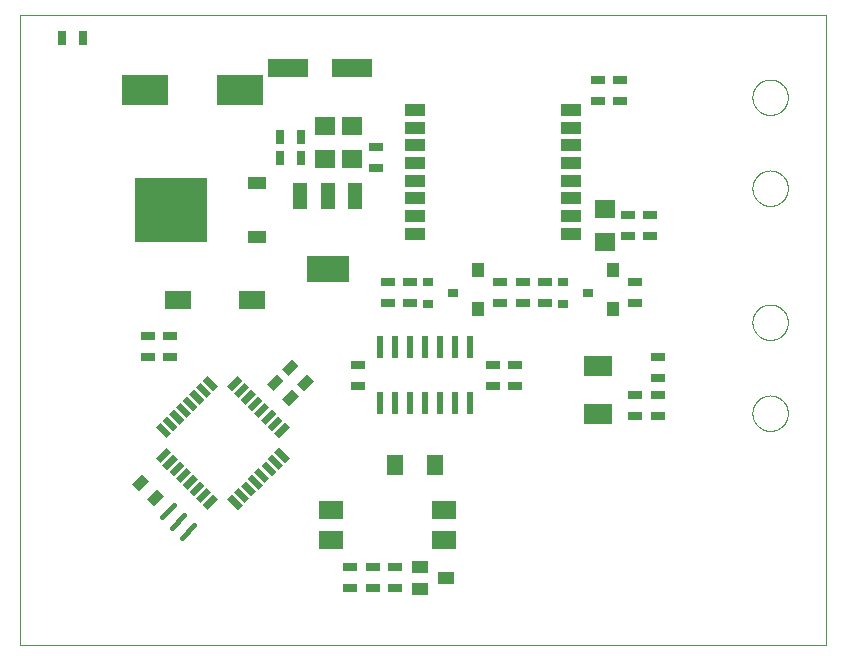
<source format=gtp>
G75*
%MOIN*%
%OFA0B0*%
%FSLAX25Y25*%
%IPPOS*%
%LPD*%
%AMOC8*
5,1,8,0,0,1.08239X$1,22.5*
%
%ADD10C,0.00000*%
%ADD11R,0.04016X0.04724*%
%ADD12R,0.06693X0.03937*%
%ADD13R,0.03543X0.03150*%
%ADD14R,0.04724X0.03150*%
%ADD15R,0.04800X0.08800*%
%ADD16R,0.14173X0.08661*%
%ADD17R,0.07087X0.06299*%
%ADD18R,0.05000X0.02200*%
%ADD19R,0.02200X0.05000*%
%ADD20C,0.01772*%
%ADD21R,0.03150X0.04724*%
%ADD22R,0.02200X0.07800*%
%ADD23R,0.05512X0.03937*%
%ADD24R,0.07874X0.06299*%
%ADD25R,0.05512X0.07087*%
%ADD26R,0.24409X0.21260*%
%ADD27R,0.06299X0.03937*%
%ADD28R,0.13780X0.06299*%
%ADD29R,0.15748X0.09843*%
%ADD30R,0.09449X0.07087*%
%ADD31R,0.09055X0.06299*%
D10*
X0001600Y0001600D02*
X0001600Y0211561D01*
X0270301Y0211561D01*
X0270301Y0001600D01*
X0001600Y0001600D01*
X0245694Y0078943D02*
X0245696Y0079096D01*
X0245702Y0079250D01*
X0245712Y0079403D01*
X0245726Y0079555D01*
X0245744Y0079708D01*
X0245766Y0079859D01*
X0245791Y0080010D01*
X0245821Y0080161D01*
X0245855Y0080311D01*
X0245892Y0080459D01*
X0245933Y0080607D01*
X0245978Y0080753D01*
X0246027Y0080899D01*
X0246080Y0081043D01*
X0246136Y0081185D01*
X0246196Y0081326D01*
X0246260Y0081466D01*
X0246327Y0081604D01*
X0246398Y0081740D01*
X0246473Y0081874D01*
X0246550Y0082006D01*
X0246632Y0082136D01*
X0246716Y0082264D01*
X0246804Y0082390D01*
X0246895Y0082513D01*
X0246989Y0082634D01*
X0247087Y0082752D01*
X0247187Y0082868D01*
X0247291Y0082981D01*
X0247397Y0083092D01*
X0247506Y0083200D01*
X0247618Y0083305D01*
X0247732Y0083406D01*
X0247850Y0083505D01*
X0247969Y0083601D01*
X0248091Y0083694D01*
X0248216Y0083783D01*
X0248343Y0083870D01*
X0248472Y0083952D01*
X0248603Y0084032D01*
X0248736Y0084108D01*
X0248871Y0084181D01*
X0249008Y0084250D01*
X0249147Y0084315D01*
X0249287Y0084377D01*
X0249429Y0084435D01*
X0249572Y0084490D01*
X0249717Y0084541D01*
X0249863Y0084588D01*
X0250010Y0084631D01*
X0250158Y0084670D01*
X0250307Y0084706D01*
X0250457Y0084737D01*
X0250608Y0084765D01*
X0250759Y0084789D01*
X0250912Y0084809D01*
X0251064Y0084825D01*
X0251217Y0084837D01*
X0251370Y0084845D01*
X0251523Y0084849D01*
X0251677Y0084849D01*
X0251830Y0084845D01*
X0251983Y0084837D01*
X0252136Y0084825D01*
X0252288Y0084809D01*
X0252441Y0084789D01*
X0252592Y0084765D01*
X0252743Y0084737D01*
X0252893Y0084706D01*
X0253042Y0084670D01*
X0253190Y0084631D01*
X0253337Y0084588D01*
X0253483Y0084541D01*
X0253628Y0084490D01*
X0253771Y0084435D01*
X0253913Y0084377D01*
X0254053Y0084315D01*
X0254192Y0084250D01*
X0254329Y0084181D01*
X0254464Y0084108D01*
X0254597Y0084032D01*
X0254728Y0083952D01*
X0254857Y0083870D01*
X0254984Y0083783D01*
X0255109Y0083694D01*
X0255231Y0083601D01*
X0255350Y0083505D01*
X0255468Y0083406D01*
X0255582Y0083305D01*
X0255694Y0083200D01*
X0255803Y0083092D01*
X0255909Y0082981D01*
X0256013Y0082868D01*
X0256113Y0082752D01*
X0256211Y0082634D01*
X0256305Y0082513D01*
X0256396Y0082390D01*
X0256484Y0082264D01*
X0256568Y0082136D01*
X0256650Y0082006D01*
X0256727Y0081874D01*
X0256802Y0081740D01*
X0256873Y0081604D01*
X0256940Y0081466D01*
X0257004Y0081326D01*
X0257064Y0081185D01*
X0257120Y0081043D01*
X0257173Y0080899D01*
X0257222Y0080753D01*
X0257267Y0080607D01*
X0257308Y0080459D01*
X0257345Y0080311D01*
X0257379Y0080161D01*
X0257409Y0080010D01*
X0257434Y0079859D01*
X0257456Y0079708D01*
X0257474Y0079555D01*
X0257488Y0079403D01*
X0257498Y0079250D01*
X0257504Y0079096D01*
X0257506Y0078943D01*
X0257504Y0078790D01*
X0257498Y0078636D01*
X0257488Y0078483D01*
X0257474Y0078331D01*
X0257456Y0078178D01*
X0257434Y0078027D01*
X0257409Y0077876D01*
X0257379Y0077725D01*
X0257345Y0077575D01*
X0257308Y0077427D01*
X0257267Y0077279D01*
X0257222Y0077133D01*
X0257173Y0076987D01*
X0257120Y0076843D01*
X0257064Y0076701D01*
X0257004Y0076560D01*
X0256940Y0076420D01*
X0256873Y0076282D01*
X0256802Y0076146D01*
X0256727Y0076012D01*
X0256650Y0075880D01*
X0256568Y0075750D01*
X0256484Y0075622D01*
X0256396Y0075496D01*
X0256305Y0075373D01*
X0256211Y0075252D01*
X0256113Y0075134D01*
X0256013Y0075018D01*
X0255909Y0074905D01*
X0255803Y0074794D01*
X0255694Y0074686D01*
X0255582Y0074581D01*
X0255468Y0074480D01*
X0255350Y0074381D01*
X0255231Y0074285D01*
X0255109Y0074192D01*
X0254984Y0074103D01*
X0254857Y0074016D01*
X0254728Y0073934D01*
X0254597Y0073854D01*
X0254464Y0073778D01*
X0254329Y0073705D01*
X0254192Y0073636D01*
X0254053Y0073571D01*
X0253913Y0073509D01*
X0253771Y0073451D01*
X0253628Y0073396D01*
X0253483Y0073345D01*
X0253337Y0073298D01*
X0253190Y0073255D01*
X0253042Y0073216D01*
X0252893Y0073180D01*
X0252743Y0073149D01*
X0252592Y0073121D01*
X0252441Y0073097D01*
X0252288Y0073077D01*
X0252136Y0073061D01*
X0251983Y0073049D01*
X0251830Y0073041D01*
X0251677Y0073037D01*
X0251523Y0073037D01*
X0251370Y0073041D01*
X0251217Y0073049D01*
X0251064Y0073061D01*
X0250912Y0073077D01*
X0250759Y0073097D01*
X0250608Y0073121D01*
X0250457Y0073149D01*
X0250307Y0073180D01*
X0250158Y0073216D01*
X0250010Y0073255D01*
X0249863Y0073298D01*
X0249717Y0073345D01*
X0249572Y0073396D01*
X0249429Y0073451D01*
X0249287Y0073509D01*
X0249147Y0073571D01*
X0249008Y0073636D01*
X0248871Y0073705D01*
X0248736Y0073778D01*
X0248603Y0073854D01*
X0248472Y0073934D01*
X0248343Y0074016D01*
X0248216Y0074103D01*
X0248091Y0074192D01*
X0247969Y0074285D01*
X0247850Y0074381D01*
X0247732Y0074480D01*
X0247618Y0074581D01*
X0247506Y0074686D01*
X0247397Y0074794D01*
X0247291Y0074905D01*
X0247187Y0075018D01*
X0247087Y0075134D01*
X0246989Y0075252D01*
X0246895Y0075373D01*
X0246804Y0075496D01*
X0246716Y0075622D01*
X0246632Y0075750D01*
X0246550Y0075880D01*
X0246473Y0076012D01*
X0246398Y0076146D01*
X0246327Y0076282D01*
X0246260Y0076420D01*
X0246196Y0076560D01*
X0246136Y0076701D01*
X0246080Y0076843D01*
X0246027Y0076987D01*
X0245978Y0077133D01*
X0245933Y0077279D01*
X0245892Y0077427D01*
X0245855Y0077575D01*
X0245821Y0077725D01*
X0245791Y0077876D01*
X0245766Y0078027D01*
X0245744Y0078178D01*
X0245726Y0078331D01*
X0245712Y0078483D01*
X0245702Y0078636D01*
X0245696Y0078790D01*
X0245694Y0078943D01*
X0245694Y0109257D02*
X0245696Y0109410D01*
X0245702Y0109564D01*
X0245712Y0109717D01*
X0245726Y0109869D01*
X0245744Y0110022D01*
X0245766Y0110173D01*
X0245791Y0110324D01*
X0245821Y0110475D01*
X0245855Y0110625D01*
X0245892Y0110773D01*
X0245933Y0110921D01*
X0245978Y0111067D01*
X0246027Y0111213D01*
X0246080Y0111357D01*
X0246136Y0111499D01*
X0246196Y0111640D01*
X0246260Y0111780D01*
X0246327Y0111918D01*
X0246398Y0112054D01*
X0246473Y0112188D01*
X0246550Y0112320D01*
X0246632Y0112450D01*
X0246716Y0112578D01*
X0246804Y0112704D01*
X0246895Y0112827D01*
X0246989Y0112948D01*
X0247087Y0113066D01*
X0247187Y0113182D01*
X0247291Y0113295D01*
X0247397Y0113406D01*
X0247506Y0113514D01*
X0247618Y0113619D01*
X0247732Y0113720D01*
X0247850Y0113819D01*
X0247969Y0113915D01*
X0248091Y0114008D01*
X0248216Y0114097D01*
X0248343Y0114184D01*
X0248472Y0114266D01*
X0248603Y0114346D01*
X0248736Y0114422D01*
X0248871Y0114495D01*
X0249008Y0114564D01*
X0249147Y0114629D01*
X0249287Y0114691D01*
X0249429Y0114749D01*
X0249572Y0114804D01*
X0249717Y0114855D01*
X0249863Y0114902D01*
X0250010Y0114945D01*
X0250158Y0114984D01*
X0250307Y0115020D01*
X0250457Y0115051D01*
X0250608Y0115079D01*
X0250759Y0115103D01*
X0250912Y0115123D01*
X0251064Y0115139D01*
X0251217Y0115151D01*
X0251370Y0115159D01*
X0251523Y0115163D01*
X0251677Y0115163D01*
X0251830Y0115159D01*
X0251983Y0115151D01*
X0252136Y0115139D01*
X0252288Y0115123D01*
X0252441Y0115103D01*
X0252592Y0115079D01*
X0252743Y0115051D01*
X0252893Y0115020D01*
X0253042Y0114984D01*
X0253190Y0114945D01*
X0253337Y0114902D01*
X0253483Y0114855D01*
X0253628Y0114804D01*
X0253771Y0114749D01*
X0253913Y0114691D01*
X0254053Y0114629D01*
X0254192Y0114564D01*
X0254329Y0114495D01*
X0254464Y0114422D01*
X0254597Y0114346D01*
X0254728Y0114266D01*
X0254857Y0114184D01*
X0254984Y0114097D01*
X0255109Y0114008D01*
X0255231Y0113915D01*
X0255350Y0113819D01*
X0255468Y0113720D01*
X0255582Y0113619D01*
X0255694Y0113514D01*
X0255803Y0113406D01*
X0255909Y0113295D01*
X0256013Y0113182D01*
X0256113Y0113066D01*
X0256211Y0112948D01*
X0256305Y0112827D01*
X0256396Y0112704D01*
X0256484Y0112578D01*
X0256568Y0112450D01*
X0256650Y0112320D01*
X0256727Y0112188D01*
X0256802Y0112054D01*
X0256873Y0111918D01*
X0256940Y0111780D01*
X0257004Y0111640D01*
X0257064Y0111499D01*
X0257120Y0111357D01*
X0257173Y0111213D01*
X0257222Y0111067D01*
X0257267Y0110921D01*
X0257308Y0110773D01*
X0257345Y0110625D01*
X0257379Y0110475D01*
X0257409Y0110324D01*
X0257434Y0110173D01*
X0257456Y0110022D01*
X0257474Y0109869D01*
X0257488Y0109717D01*
X0257498Y0109564D01*
X0257504Y0109410D01*
X0257506Y0109257D01*
X0257504Y0109104D01*
X0257498Y0108950D01*
X0257488Y0108797D01*
X0257474Y0108645D01*
X0257456Y0108492D01*
X0257434Y0108341D01*
X0257409Y0108190D01*
X0257379Y0108039D01*
X0257345Y0107889D01*
X0257308Y0107741D01*
X0257267Y0107593D01*
X0257222Y0107447D01*
X0257173Y0107301D01*
X0257120Y0107157D01*
X0257064Y0107015D01*
X0257004Y0106874D01*
X0256940Y0106734D01*
X0256873Y0106596D01*
X0256802Y0106460D01*
X0256727Y0106326D01*
X0256650Y0106194D01*
X0256568Y0106064D01*
X0256484Y0105936D01*
X0256396Y0105810D01*
X0256305Y0105687D01*
X0256211Y0105566D01*
X0256113Y0105448D01*
X0256013Y0105332D01*
X0255909Y0105219D01*
X0255803Y0105108D01*
X0255694Y0105000D01*
X0255582Y0104895D01*
X0255468Y0104794D01*
X0255350Y0104695D01*
X0255231Y0104599D01*
X0255109Y0104506D01*
X0254984Y0104417D01*
X0254857Y0104330D01*
X0254728Y0104248D01*
X0254597Y0104168D01*
X0254464Y0104092D01*
X0254329Y0104019D01*
X0254192Y0103950D01*
X0254053Y0103885D01*
X0253913Y0103823D01*
X0253771Y0103765D01*
X0253628Y0103710D01*
X0253483Y0103659D01*
X0253337Y0103612D01*
X0253190Y0103569D01*
X0253042Y0103530D01*
X0252893Y0103494D01*
X0252743Y0103463D01*
X0252592Y0103435D01*
X0252441Y0103411D01*
X0252288Y0103391D01*
X0252136Y0103375D01*
X0251983Y0103363D01*
X0251830Y0103355D01*
X0251677Y0103351D01*
X0251523Y0103351D01*
X0251370Y0103355D01*
X0251217Y0103363D01*
X0251064Y0103375D01*
X0250912Y0103391D01*
X0250759Y0103411D01*
X0250608Y0103435D01*
X0250457Y0103463D01*
X0250307Y0103494D01*
X0250158Y0103530D01*
X0250010Y0103569D01*
X0249863Y0103612D01*
X0249717Y0103659D01*
X0249572Y0103710D01*
X0249429Y0103765D01*
X0249287Y0103823D01*
X0249147Y0103885D01*
X0249008Y0103950D01*
X0248871Y0104019D01*
X0248736Y0104092D01*
X0248603Y0104168D01*
X0248472Y0104248D01*
X0248343Y0104330D01*
X0248216Y0104417D01*
X0248091Y0104506D01*
X0247969Y0104599D01*
X0247850Y0104695D01*
X0247732Y0104794D01*
X0247618Y0104895D01*
X0247506Y0105000D01*
X0247397Y0105108D01*
X0247291Y0105219D01*
X0247187Y0105332D01*
X0247087Y0105448D01*
X0246989Y0105566D01*
X0246895Y0105687D01*
X0246804Y0105810D01*
X0246716Y0105936D01*
X0246632Y0106064D01*
X0246550Y0106194D01*
X0246473Y0106326D01*
X0246398Y0106460D01*
X0246327Y0106596D01*
X0246260Y0106734D01*
X0246196Y0106874D01*
X0246136Y0107015D01*
X0246080Y0107157D01*
X0246027Y0107301D01*
X0245978Y0107447D01*
X0245933Y0107593D01*
X0245892Y0107741D01*
X0245855Y0107889D01*
X0245821Y0108039D01*
X0245791Y0108190D01*
X0245766Y0108341D01*
X0245744Y0108492D01*
X0245726Y0108645D01*
X0245712Y0108797D01*
X0245702Y0108950D01*
X0245696Y0109104D01*
X0245694Y0109257D01*
X0245694Y0153943D02*
X0245696Y0154096D01*
X0245702Y0154250D01*
X0245712Y0154403D01*
X0245726Y0154555D01*
X0245744Y0154708D01*
X0245766Y0154859D01*
X0245791Y0155010D01*
X0245821Y0155161D01*
X0245855Y0155311D01*
X0245892Y0155459D01*
X0245933Y0155607D01*
X0245978Y0155753D01*
X0246027Y0155899D01*
X0246080Y0156043D01*
X0246136Y0156185D01*
X0246196Y0156326D01*
X0246260Y0156466D01*
X0246327Y0156604D01*
X0246398Y0156740D01*
X0246473Y0156874D01*
X0246550Y0157006D01*
X0246632Y0157136D01*
X0246716Y0157264D01*
X0246804Y0157390D01*
X0246895Y0157513D01*
X0246989Y0157634D01*
X0247087Y0157752D01*
X0247187Y0157868D01*
X0247291Y0157981D01*
X0247397Y0158092D01*
X0247506Y0158200D01*
X0247618Y0158305D01*
X0247732Y0158406D01*
X0247850Y0158505D01*
X0247969Y0158601D01*
X0248091Y0158694D01*
X0248216Y0158783D01*
X0248343Y0158870D01*
X0248472Y0158952D01*
X0248603Y0159032D01*
X0248736Y0159108D01*
X0248871Y0159181D01*
X0249008Y0159250D01*
X0249147Y0159315D01*
X0249287Y0159377D01*
X0249429Y0159435D01*
X0249572Y0159490D01*
X0249717Y0159541D01*
X0249863Y0159588D01*
X0250010Y0159631D01*
X0250158Y0159670D01*
X0250307Y0159706D01*
X0250457Y0159737D01*
X0250608Y0159765D01*
X0250759Y0159789D01*
X0250912Y0159809D01*
X0251064Y0159825D01*
X0251217Y0159837D01*
X0251370Y0159845D01*
X0251523Y0159849D01*
X0251677Y0159849D01*
X0251830Y0159845D01*
X0251983Y0159837D01*
X0252136Y0159825D01*
X0252288Y0159809D01*
X0252441Y0159789D01*
X0252592Y0159765D01*
X0252743Y0159737D01*
X0252893Y0159706D01*
X0253042Y0159670D01*
X0253190Y0159631D01*
X0253337Y0159588D01*
X0253483Y0159541D01*
X0253628Y0159490D01*
X0253771Y0159435D01*
X0253913Y0159377D01*
X0254053Y0159315D01*
X0254192Y0159250D01*
X0254329Y0159181D01*
X0254464Y0159108D01*
X0254597Y0159032D01*
X0254728Y0158952D01*
X0254857Y0158870D01*
X0254984Y0158783D01*
X0255109Y0158694D01*
X0255231Y0158601D01*
X0255350Y0158505D01*
X0255468Y0158406D01*
X0255582Y0158305D01*
X0255694Y0158200D01*
X0255803Y0158092D01*
X0255909Y0157981D01*
X0256013Y0157868D01*
X0256113Y0157752D01*
X0256211Y0157634D01*
X0256305Y0157513D01*
X0256396Y0157390D01*
X0256484Y0157264D01*
X0256568Y0157136D01*
X0256650Y0157006D01*
X0256727Y0156874D01*
X0256802Y0156740D01*
X0256873Y0156604D01*
X0256940Y0156466D01*
X0257004Y0156326D01*
X0257064Y0156185D01*
X0257120Y0156043D01*
X0257173Y0155899D01*
X0257222Y0155753D01*
X0257267Y0155607D01*
X0257308Y0155459D01*
X0257345Y0155311D01*
X0257379Y0155161D01*
X0257409Y0155010D01*
X0257434Y0154859D01*
X0257456Y0154708D01*
X0257474Y0154555D01*
X0257488Y0154403D01*
X0257498Y0154250D01*
X0257504Y0154096D01*
X0257506Y0153943D01*
X0257504Y0153790D01*
X0257498Y0153636D01*
X0257488Y0153483D01*
X0257474Y0153331D01*
X0257456Y0153178D01*
X0257434Y0153027D01*
X0257409Y0152876D01*
X0257379Y0152725D01*
X0257345Y0152575D01*
X0257308Y0152427D01*
X0257267Y0152279D01*
X0257222Y0152133D01*
X0257173Y0151987D01*
X0257120Y0151843D01*
X0257064Y0151701D01*
X0257004Y0151560D01*
X0256940Y0151420D01*
X0256873Y0151282D01*
X0256802Y0151146D01*
X0256727Y0151012D01*
X0256650Y0150880D01*
X0256568Y0150750D01*
X0256484Y0150622D01*
X0256396Y0150496D01*
X0256305Y0150373D01*
X0256211Y0150252D01*
X0256113Y0150134D01*
X0256013Y0150018D01*
X0255909Y0149905D01*
X0255803Y0149794D01*
X0255694Y0149686D01*
X0255582Y0149581D01*
X0255468Y0149480D01*
X0255350Y0149381D01*
X0255231Y0149285D01*
X0255109Y0149192D01*
X0254984Y0149103D01*
X0254857Y0149016D01*
X0254728Y0148934D01*
X0254597Y0148854D01*
X0254464Y0148778D01*
X0254329Y0148705D01*
X0254192Y0148636D01*
X0254053Y0148571D01*
X0253913Y0148509D01*
X0253771Y0148451D01*
X0253628Y0148396D01*
X0253483Y0148345D01*
X0253337Y0148298D01*
X0253190Y0148255D01*
X0253042Y0148216D01*
X0252893Y0148180D01*
X0252743Y0148149D01*
X0252592Y0148121D01*
X0252441Y0148097D01*
X0252288Y0148077D01*
X0252136Y0148061D01*
X0251983Y0148049D01*
X0251830Y0148041D01*
X0251677Y0148037D01*
X0251523Y0148037D01*
X0251370Y0148041D01*
X0251217Y0148049D01*
X0251064Y0148061D01*
X0250912Y0148077D01*
X0250759Y0148097D01*
X0250608Y0148121D01*
X0250457Y0148149D01*
X0250307Y0148180D01*
X0250158Y0148216D01*
X0250010Y0148255D01*
X0249863Y0148298D01*
X0249717Y0148345D01*
X0249572Y0148396D01*
X0249429Y0148451D01*
X0249287Y0148509D01*
X0249147Y0148571D01*
X0249008Y0148636D01*
X0248871Y0148705D01*
X0248736Y0148778D01*
X0248603Y0148854D01*
X0248472Y0148934D01*
X0248343Y0149016D01*
X0248216Y0149103D01*
X0248091Y0149192D01*
X0247969Y0149285D01*
X0247850Y0149381D01*
X0247732Y0149480D01*
X0247618Y0149581D01*
X0247506Y0149686D01*
X0247397Y0149794D01*
X0247291Y0149905D01*
X0247187Y0150018D01*
X0247087Y0150134D01*
X0246989Y0150252D01*
X0246895Y0150373D01*
X0246804Y0150496D01*
X0246716Y0150622D01*
X0246632Y0150750D01*
X0246550Y0150880D01*
X0246473Y0151012D01*
X0246398Y0151146D01*
X0246327Y0151282D01*
X0246260Y0151420D01*
X0246196Y0151560D01*
X0246136Y0151701D01*
X0246080Y0151843D01*
X0246027Y0151987D01*
X0245978Y0152133D01*
X0245933Y0152279D01*
X0245892Y0152427D01*
X0245855Y0152575D01*
X0245821Y0152725D01*
X0245791Y0152876D01*
X0245766Y0153027D01*
X0245744Y0153178D01*
X0245726Y0153331D01*
X0245712Y0153483D01*
X0245702Y0153636D01*
X0245696Y0153790D01*
X0245694Y0153943D01*
X0245694Y0184257D02*
X0245696Y0184410D01*
X0245702Y0184564D01*
X0245712Y0184717D01*
X0245726Y0184869D01*
X0245744Y0185022D01*
X0245766Y0185173D01*
X0245791Y0185324D01*
X0245821Y0185475D01*
X0245855Y0185625D01*
X0245892Y0185773D01*
X0245933Y0185921D01*
X0245978Y0186067D01*
X0246027Y0186213D01*
X0246080Y0186357D01*
X0246136Y0186499D01*
X0246196Y0186640D01*
X0246260Y0186780D01*
X0246327Y0186918D01*
X0246398Y0187054D01*
X0246473Y0187188D01*
X0246550Y0187320D01*
X0246632Y0187450D01*
X0246716Y0187578D01*
X0246804Y0187704D01*
X0246895Y0187827D01*
X0246989Y0187948D01*
X0247087Y0188066D01*
X0247187Y0188182D01*
X0247291Y0188295D01*
X0247397Y0188406D01*
X0247506Y0188514D01*
X0247618Y0188619D01*
X0247732Y0188720D01*
X0247850Y0188819D01*
X0247969Y0188915D01*
X0248091Y0189008D01*
X0248216Y0189097D01*
X0248343Y0189184D01*
X0248472Y0189266D01*
X0248603Y0189346D01*
X0248736Y0189422D01*
X0248871Y0189495D01*
X0249008Y0189564D01*
X0249147Y0189629D01*
X0249287Y0189691D01*
X0249429Y0189749D01*
X0249572Y0189804D01*
X0249717Y0189855D01*
X0249863Y0189902D01*
X0250010Y0189945D01*
X0250158Y0189984D01*
X0250307Y0190020D01*
X0250457Y0190051D01*
X0250608Y0190079D01*
X0250759Y0190103D01*
X0250912Y0190123D01*
X0251064Y0190139D01*
X0251217Y0190151D01*
X0251370Y0190159D01*
X0251523Y0190163D01*
X0251677Y0190163D01*
X0251830Y0190159D01*
X0251983Y0190151D01*
X0252136Y0190139D01*
X0252288Y0190123D01*
X0252441Y0190103D01*
X0252592Y0190079D01*
X0252743Y0190051D01*
X0252893Y0190020D01*
X0253042Y0189984D01*
X0253190Y0189945D01*
X0253337Y0189902D01*
X0253483Y0189855D01*
X0253628Y0189804D01*
X0253771Y0189749D01*
X0253913Y0189691D01*
X0254053Y0189629D01*
X0254192Y0189564D01*
X0254329Y0189495D01*
X0254464Y0189422D01*
X0254597Y0189346D01*
X0254728Y0189266D01*
X0254857Y0189184D01*
X0254984Y0189097D01*
X0255109Y0189008D01*
X0255231Y0188915D01*
X0255350Y0188819D01*
X0255468Y0188720D01*
X0255582Y0188619D01*
X0255694Y0188514D01*
X0255803Y0188406D01*
X0255909Y0188295D01*
X0256013Y0188182D01*
X0256113Y0188066D01*
X0256211Y0187948D01*
X0256305Y0187827D01*
X0256396Y0187704D01*
X0256484Y0187578D01*
X0256568Y0187450D01*
X0256650Y0187320D01*
X0256727Y0187188D01*
X0256802Y0187054D01*
X0256873Y0186918D01*
X0256940Y0186780D01*
X0257004Y0186640D01*
X0257064Y0186499D01*
X0257120Y0186357D01*
X0257173Y0186213D01*
X0257222Y0186067D01*
X0257267Y0185921D01*
X0257308Y0185773D01*
X0257345Y0185625D01*
X0257379Y0185475D01*
X0257409Y0185324D01*
X0257434Y0185173D01*
X0257456Y0185022D01*
X0257474Y0184869D01*
X0257488Y0184717D01*
X0257498Y0184564D01*
X0257504Y0184410D01*
X0257506Y0184257D01*
X0257504Y0184104D01*
X0257498Y0183950D01*
X0257488Y0183797D01*
X0257474Y0183645D01*
X0257456Y0183492D01*
X0257434Y0183341D01*
X0257409Y0183190D01*
X0257379Y0183039D01*
X0257345Y0182889D01*
X0257308Y0182741D01*
X0257267Y0182593D01*
X0257222Y0182447D01*
X0257173Y0182301D01*
X0257120Y0182157D01*
X0257064Y0182015D01*
X0257004Y0181874D01*
X0256940Y0181734D01*
X0256873Y0181596D01*
X0256802Y0181460D01*
X0256727Y0181326D01*
X0256650Y0181194D01*
X0256568Y0181064D01*
X0256484Y0180936D01*
X0256396Y0180810D01*
X0256305Y0180687D01*
X0256211Y0180566D01*
X0256113Y0180448D01*
X0256013Y0180332D01*
X0255909Y0180219D01*
X0255803Y0180108D01*
X0255694Y0180000D01*
X0255582Y0179895D01*
X0255468Y0179794D01*
X0255350Y0179695D01*
X0255231Y0179599D01*
X0255109Y0179506D01*
X0254984Y0179417D01*
X0254857Y0179330D01*
X0254728Y0179248D01*
X0254597Y0179168D01*
X0254464Y0179092D01*
X0254329Y0179019D01*
X0254192Y0178950D01*
X0254053Y0178885D01*
X0253913Y0178823D01*
X0253771Y0178765D01*
X0253628Y0178710D01*
X0253483Y0178659D01*
X0253337Y0178612D01*
X0253190Y0178569D01*
X0253042Y0178530D01*
X0252893Y0178494D01*
X0252743Y0178463D01*
X0252592Y0178435D01*
X0252441Y0178411D01*
X0252288Y0178391D01*
X0252136Y0178375D01*
X0251983Y0178363D01*
X0251830Y0178355D01*
X0251677Y0178351D01*
X0251523Y0178351D01*
X0251370Y0178355D01*
X0251217Y0178363D01*
X0251064Y0178375D01*
X0250912Y0178391D01*
X0250759Y0178411D01*
X0250608Y0178435D01*
X0250457Y0178463D01*
X0250307Y0178494D01*
X0250158Y0178530D01*
X0250010Y0178569D01*
X0249863Y0178612D01*
X0249717Y0178659D01*
X0249572Y0178710D01*
X0249429Y0178765D01*
X0249287Y0178823D01*
X0249147Y0178885D01*
X0249008Y0178950D01*
X0248871Y0179019D01*
X0248736Y0179092D01*
X0248603Y0179168D01*
X0248472Y0179248D01*
X0248343Y0179330D01*
X0248216Y0179417D01*
X0248091Y0179506D01*
X0247969Y0179599D01*
X0247850Y0179695D01*
X0247732Y0179794D01*
X0247618Y0179895D01*
X0247506Y0180000D01*
X0247397Y0180108D01*
X0247291Y0180219D01*
X0247187Y0180332D01*
X0247087Y0180448D01*
X0246989Y0180566D01*
X0246895Y0180687D01*
X0246804Y0180810D01*
X0246716Y0180936D01*
X0246632Y0181064D01*
X0246550Y0181194D01*
X0246473Y0181326D01*
X0246398Y0181460D01*
X0246327Y0181596D01*
X0246260Y0181734D01*
X0246196Y0181874D01*
X0246136Y0182015D01*
X0246080Y0182157D01*
X0246027Y0182301D01*
X0245978Y0182447D01*
X0245933Y0182593D01*
X0245892Y0182741D01*
X0245855Y0182889D01*
X0245821Y0183039D01*
X0245791Y0183190D01*
X0245766Y0183341D01*
X0245744Y0183492D01*
X0245726Y0183645D01*
X0245712Y0183797D01*
X0245702Y0183950D01*
X0245696Y0184104D01*
X0245694Y0184257D01*
D11*
X0199100Y0126537D03*
X0199100Y0113663D03*
X0154100Y0113663D03*
X0154100Y0126537D03*
D12*
X0133116Y0138726D03*
X0133116Y0144631D03*
X0133116Y0150537D03*
X0133116Y0156443D03*
X0133116Y0162348D03*
X0133116Y0168254D03*
X0133116Y0174159D03*
X0133116Y0180065D03*
X0185084Y0180065D03*
X0185084Y0174159D03*
X0185084Y0168254D03*
X0185084Y0162348D03*
X0185084Y0156443D03*
X0185084Y0150537D03*
X0185084Y0144631D03*
X0185084Y0138726D03*
D13*
X0182663Y0122840D03*
X0182663Y0115360D03*
X0190931Y0119100D03*
X0145931Y0119100D03*
X0137663Y0115360D03*
X0137663Y0122840D03*
D14*
X0131600Y0122643D03*
X0131600Y0115557D03*
X0124100Y0115557D03*
X0124100Y0122643D03*
X0114100Y0095143D03*
X0114100Y0088057D03*
X0159100Y0088057D03*
X0159100Y0095143D03*
X0166600Y0095143D03*
X0166600Y0088057D03*
X0169100Y0115557D03*
X0176600Y0115557D03*
X0176600Y0122643D03*
X0169100Y0122643D03*
X0161600Y0122643D03*
X0161600Y0115557D03*
X0204100Y0138057D03*
X0211600Y0138057D03*
X0211600Y0145143D03*
X0204100Y0145143D03*
X0206600Y0122643D03*
X0206600Y0115557D03*
X0214100Y0097643D03*
X0214100Y0090557D03*
X0214100Y0085143D03*
X0214100Y0078057D03*
X0206600Y0078057D03*
X0206600Y0085143D03*
X0126600Y0027643D03*
X0126600Y0020557D03*
X0119100Y0020557D03*
X0119100Y0027643D03*
X0111600Y0027643D03*
X0111600Y0020557D03*
X0051600Y0097557D03*
X0044100Y0097557D03*
X0044100Y0104643D03*
X0051600Y0104643D03*
X0120100Y0160557D03*
X0120100Y0167643D03*
X0194100Y0183057D03*
X0201600Y0183057D03*
X0201600Y0190143D03*
X0194100Y0190143D03*
D15*
X0113200Y0151300D03*
X0104100Y0151300D03*
X0095000Y0151300D03*
D16*
X0104100Y0126899D03*
D17*
X0103100Y0163588D03*
X0112100Y0163588D03*
X0112100Y0174612D03*
X0103100Y0174612D03*
X0196600Y0147112D03*
X0196600Y0136088D03*
D18*
G36*
X0091390Y0074244D02*
X0087856Y0070710D01*
X0086300Y0072266D01*
X0089834Y0075800D01*
X0091390Y0074244D01*
G37*
G36*
X0089163Y0076471D02*
X0085629Y0072937D01*
X0084073Y0074493D01*
X0087607Y0078027D01*
X0089163Y0076471D01*
G37*
G36*
X0086936Y0078698D02*
X0083402Y0075164D01*
X0081846Y0076720D01*
X0085380Y0080254D01*
X0086936Y0078698D01*
G37*
G36*
X0084709Y0080926D02*
X0081175Y0077392D01*
X0079619Y0078948D01*
X0083153Y0082482D01*
X0084709Y0080926D01*
G37*
G36*
X0082482Y0083153D02*
X0078948Y0079619D01*
X0077392Y0081175D01*
X0080926Y0084709D01*
X0082482Y0083153D01*
G37*
G36*
X0080254Y0085380D02*
X0076720Y0081846D01*
X0075164Y0083402D01*
X0078698Y0086936D01*
X0080254Y0085380D01*
G37*
G36*
X0078027Y0087607D02*
X0074493Y0084073D01*
X0072937Y0085629D01*
X0076471Y0089163D01*
X0078027Y0087607D01*
G37*
G36*
X0075800Y0089834D02*
X0072266Y0086300D01*
X0070710Y0087856D01*
X0074244Y0091390D01*
X0075800Y0089834D01*
G37*
G36*
X0051900Y0065934D02*
X0048366Y0062400D01*
X0046810Y0063956D01*
X0050344Y0067490D01*
X0051900Y0065934D01*
G37*
G36*
X0054127Y0063707D02*
X0050593Y0060173D01*
X0049037Y0061729D01*
X0052571Y0065263D01*
X0054127Y0063707D01*
G37*
G36*
X0056354Y0061480D02*
X0052820Y0057946D01*
X0051264Y0059502D01*
X0054798Y0063036D01*
X0056354Y0061480D01*
G37*
G36*
X0058581Y0059252D02*
X0055047Y0055718D01*
X0053491Y0057274D01*
X0057025Y0060808D01*
X0058581Y0059252D01*
G37*
G36*
X0060808Y0057025D02*
X0057274Y0053491D01*
X0055718Y0055047D01*
X0059252Y0058581D01*
X0060808Y0057025D01*
G37*
G36*
X0063036Y0054798D02*
X0059502Y0051264D01*
X0057946Y0052820D01*
X0061480Y0056354D01*
X0063036Y0054798D01*
G37*
G36*
X0065263Y0052571D02*
X0061729Y0049037D01*
X0060173Y0050593D01*
X0063707Y0054127D01*
X0065263Y0052571D01*
G37*
G36*
X0067490Y0050344D02*
X0063956Y0046810D01*
X0062400Y0048366D01*
X0065934Y0051900D01*
X0067490Y0050344D01*
G37*
D19*
G36*
X0075800Y0048366D02*
X0074244Y0046810D01*
X0070710Y0050344D01*
X0072266Y0051900D01*
X0075800Y0048366D01*
G37*
G36*
X0078027Y0050593D02*
X0076471Y0049037D01*
X0072937Y0052571D01*
X0074493Y0054127D01*
X0078027Y0050593D01*
G37*
G36*
X0080254Y0052820D02*
X0078698Y0051264D01*
X0075164Y0054798D01*
X0076720Y0056354D01*
X0080254Y0052820D01*
G37*
G36*
X0082482Y0055047D02*
X0080926Y0053491D01*
X0077392Y0057025D01*
X0078948Y0058581D01*
X0082482Y0055047D01*
G37*
G36*
X0084709Y0057274D02*
X0083153Y0055718D01*
X0079619Y0059252D01*
X0081175Y0060808D01*
X0084709Y0057274D01*
G37*
G36*
X0086936Y0059502D02*
X0085380Y0057946D01*
X0081846Y0061480D01*
X0083402Y0063036D01*
X0086936Y0059502D01*
G37*
G36*
X0089163Y0061729D02*
X0087607Y0060173D01*
X0084073Y0063707D01*
X0085629Y0065263D01*
X0089163Y0061729D01*
G37*
G36*
X0091390Y0063956D02*
X0089834Y0062400D01*
X0086300Y0065934D01*
X0087856Y0067490D01*
X0091390Y0063956D01*
G37*
G36*
X0065263Y0085629D02*
X0063707Y0084073D01*
X0060173Y0087607D01*
X0061729Y0089163D01*
X0065263Y0085629D01*
G37*
G36*
X0067490Y0087856D02*
X0065934Y0086300D01*
X0062400Y0089834D01*
X0063956Y0091390D01*
X0067490Y0087856D01*
G37*
G36*
X0063036Y0083402D02*
X0061480Y0081846D01*
X0057946Y0085380D01*
X0059502Y0086936D01*
X0063036Y0083402D01*
G37*
G36*
X0060808Y0081175D02*
X0059252Y0079619D01*
X0055718Y0083153D01*
X0057274Y0084709D01*
X0060808Y0081175D01*
G37*
G36*
X0058581Y0078948D02*
X0057025Y0077392D01*
X0053491Y0080926D01*
X0055047Y0082482D01*
X0058581Y0078948D01*
G37*
G36*
X0056354Y0076720D02*
X0054798Y0075164D01*
X0051264Y0078698D01*
X0052820Y0080254D01*
X0056354Y0076720D01*
G37*
G36*
X0054127Y0074493D02*
X0052571Y0072937D01*
X0049037Y0076471D01*
X0050593Y0078027D01*
X0054127Y0074493D01*
G37*
G36*
X0051900Y0072266D02*
X0050344Y0070710D01*
X0046810Y0074244D01*
X0048366Y0075800D01*
X0051900Y0072266D01*
G37*
D20*
X0053017Y0048233D02*
X0048967Y0044183D01*
X0052307Y0040843D02*
X0056357Y0044893D01*
X0059698Y0041552D02*
X0055648Y0037502D01*
D21*
G36*
X0047308Y0053524D02*
X0049535Y0051297D01*
X0046196Y0047958D01*
X0043969Y0050185D01*
X0047308Y0053524D01*
G37*
G36*
X0042297Y0058535D02*
X0044524Y0056308D01*
X0041185Y0052969D01*
X0038958Y0055196D01*
X0042297Y0058535D01*
G37*
G36*
X0086039Y0086322D02*
X0083812Y0088549D01*
X0087151Y0091888D01*
X0089378Y0089661D01*
X0086039Y0086322D01*
G37*
G36*
X0091049Y0081312D02*
X0088822Y0083539D01*
X0092161Y0086878D01*
X0094388Y0084651D01*
X0091049Y0081312D01*
G37*
G36*
X0096049Y0086312D02*
X0093822Y0088539D01*
X0097161Y0091878D01*
X0099388Y0089651D01*
X0096049Y0086312D01*
G37*
G36*
X0091039Y0091322D02*
X0088812Y0093549D01*
X0092151Y0096888D01*
X0094378Y0094661D01*
X0091039Y0091322D01*
G37*
X0088057Y0164100D03*
X0095143Y0164100D03*
X0095143Y0171100D03*
X0088057Y0171100D03*
X0022643Y0204100D03*
X0015557Y0204100D03*
D22*
X0121600Y0100900D03*
X0126600Y0100900D03*
X0131600Y0100900D03*
X0136600Y0100900D03*
X0141600Y0100900D03*
X0146600Y0100900D03*
X0151600Y0100900D03*
X0151600Y0082300D03*
X0146600Y0082300D03*
X0141600Y0082300D03*
X0136600Y0082300D03*
X0131600Y0082300D03*
X0126600Y0082300D03*
X0121600Y0082300D03*
D23*
X0134769Y0027840D03*
X0143431Y0024100D03*
X0134769Y0020360D03*
D24*
X0142880Y0036600D03*
X0142880Y0046600D03*
X0105320Y0046600D03*
X0105320Y0036600D03*
D25*
X0126407Y0061600D03*
X0139793Y0061600D03*
D26*
X0051757Y0146600D03*
D27*
X0080498Y0137624D03*
X0080498Y0155576D03*
D28*
X0090970Y0194100D03*
X0112230Y0194100D03*
D29*
X0074848Y0186600D03*
X0043352Y0186600D03*
D30*
X0194100Y0094572D03*
X0194100Y0078628D03*
D31*
X0079002Y0116600D03*
X0054198Y0116600D03*
M02*

</source>
